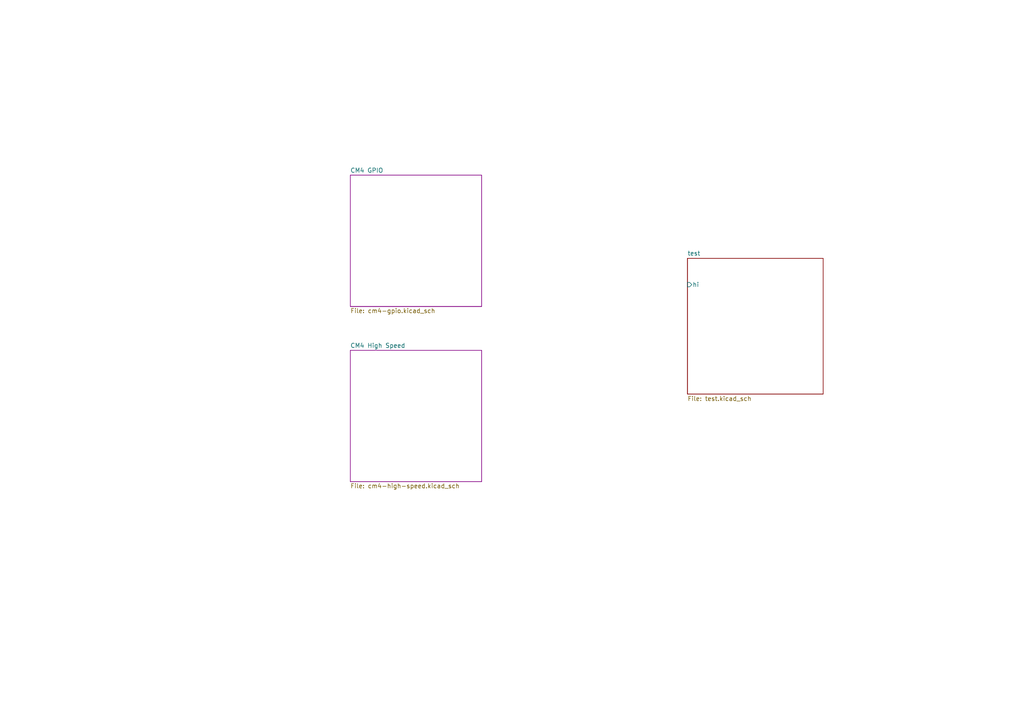
<source format=kicad_sch>
(kicad_sch
	(version 20250114)
	(generator "eeschema")
	(generator_version "9.0")
	(uuid "89cb03e1-ab90-4782-b022-d84f7c60e772")
	(paper "A4")
	(title_block
		(title "cm4_base")
		(date "2025-05-06")
		(rev "0.1")
		(company "oni")
	)
	(lib_symbols)
	(sheet
		(at 199.39 74.93)
		(size 39.37 39.37)
		(exclude_from_sim no)
		(in_bom yes)
		(on_board yes)
		(dnp no)
		(fields_autoplaced yes)
		(stroke
			(width 0.1524)
			(type solid)
		)
		(fill
			(color 0 0 0 0.0000)
		)
		(uuid "5947f6ab-2fa6-4774-8e22-74df9e535a7c")
		(property "Sheetname" "test"
			(at 199.39 74.2184 0)
			(effects
				(font
					(size 1.27 1.27)
				)
				(justify left bottom)
			)
		)
		(property "Sheetfile" "test.kicad_sch"
			(at 199.39 114.8846 0)
			(effects
				(font
					(size 1.27 1.27)
				)
				(justify left top)
			)
		)
		(pin "hi" input
			(at 199.39 82.55 180)
			(uuid "5f3da3be-39cc-44c4-bb10-7cb1a2bf3d67")
			(effects
				(font
					(size 1.27 1.27)
				)
				(justify left)
			)
		)
		(instances
			(project "cm4-base"
				(path "/89cb03e1-ab90-4782-b022-d84f7c60e772"
					(page "4")
				)
			)
		)
	)
	(sheet
		(at 101.6 101.6)
		(size 38.1 38.1)
		(exclude_from_sim no)
		(in_bom yes)
		(on_board yes)
		(dnp no)
		(stroke
			(width 0)
			(type solid)
			(color 132 0 132 1)
		)
		(fill
			(color 255 255 255 0.0000)
		)
		(uuid "caa71f4c-454d-4ac9-b287-456eafb34991")
		(property "Sheetname" "CM4 High Speed"
			(at 101.6 100.9645 0)
			(effects
				(font
					(size 1.27 1.27)
				)
				(justify left bottom)
			)
		)
		(property "Sheetfile" "cm4-high-speed.kicad_sch"
			(at 101.6 140.2085 0)
			(effects
				(font
					(size 1.27 1.27)
				)
				(justify left top)
			)
		)
		(instances
			(project "cm4-base"
				(path "/89cb03e1-ab90-4782-b022-d84f7c60e772"
					(page "3")
				)
			)
		)
	)
	(sheet
		(at 101.6 50.8)
		(size 38.1 38.1)
		(exclude_from_sim no)
		(in_bom yes)
		(on_board yes)
		(dnp no)
		(stroke
			(width 0)
			(type solid)
			(color 132 0 132 1)
		)
		(fill
			(color 255 255 255 0.0000)
		)
		(uuid "fc4c71a5-1008-4ac4-98db-57c838c57d91")
		(property "Sheetname" "CM4 GPIO"
			(at 101.6 50.1645 0)
			(effects
				(font
					(size 1.27 1.27)
				)
				(justify left bottom)
			)
		)
		(property "Sheetfile" "cm4-gpio.kicad_sch"
			(at 101.6 89.4085 0)
			(effects
				(font
					(size 1.27 1.27)
				)
				(justify left top)
			)
		)
		(instances
			(project "cm4-base"
				(path "/89cb03e1-ab90-4782-b022-d84f7c60e772"
					(page "3")
				)
			)
		)
	)
	(sheet_instances
		(path "/"
			(page "1")
		)
	)
	(embedded_fonts no)
)

</source>
